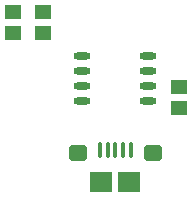
<source format=gtp>
G04*
G04 #@! TF.GenerationSoftware,Altium Limited,Altium Designer,20.1.11 (218)*
G04*
G04 Layer_Color=8421504*
%FSLAX25Y25*%
%MOIN*%
G70*
G04*
G04 #@! TF.SameCoordinates,E6333289-3B3F-416E-ACC7-16277D215EEB*
G04*
G04*
G04 #@! TF.FilePolarity,Positive*
G04*
G01*
G75*
%ADD15R,0.05512X0.04724*%
%ADD16O,0.05709X0.02362*%
%ADD17R,0.07480X0.07087*%
G04:AMPARAMS|DCode=18|XSize=62.99mil|YSize=55.12mil|CornerRadius=13.78mil|HoleSize=0mil|Usage=FLASHONLY|Rotation=0.000|XOffset=0mil|YOffset=0mil|HoleType=Round|Shape=RoundedRectangle|*
%AMROUNDEDRECTD18*
21,1,0.06299,0.02756,0,0,0.0*
21,1,0.03543,0.05512,0,0,0.0*
1,1,0.02756,0.01772,-0.01378*
1,1,0.02756,-0.01772,-0.01378*
1,1,0.02756,-0.01772,0.01378*
1,1,0.02756,0.01772,0.01378*
%
%ADD18ROUNDEDRECTD18*%
%ADD19O,0.01575X0.05315*%
D15*
X464500Y217000D02*
D03*
Y224087D02*
D03*
X419000Y241957D02*
D03*
Y249043D02*
D03*
X409000Y241957D02*
D03*
Y249043D02*
D03*
D16*
X453925Y219500D02*
D03*
Y224500D02*
D03*
Y229500D02*
D03*
Y234500D02*
D03*
X432075Y219500D02*
D03*
Y224500D02*
D03*
Y229500D02*
D03*
Y234500D02*
D03*
D17*
X447874Y192500D02*
D03*
X438425D02*
D03*
D18*
X455748Y202146D02*
D03*
X430551D02*
D03*
D19*
X443150Y203031D02*
D03*
X440590D02*
D03*
X438031D02*
D03*
X448268D02*
D03*
X445709D02*
D03*
M02*

</source>
